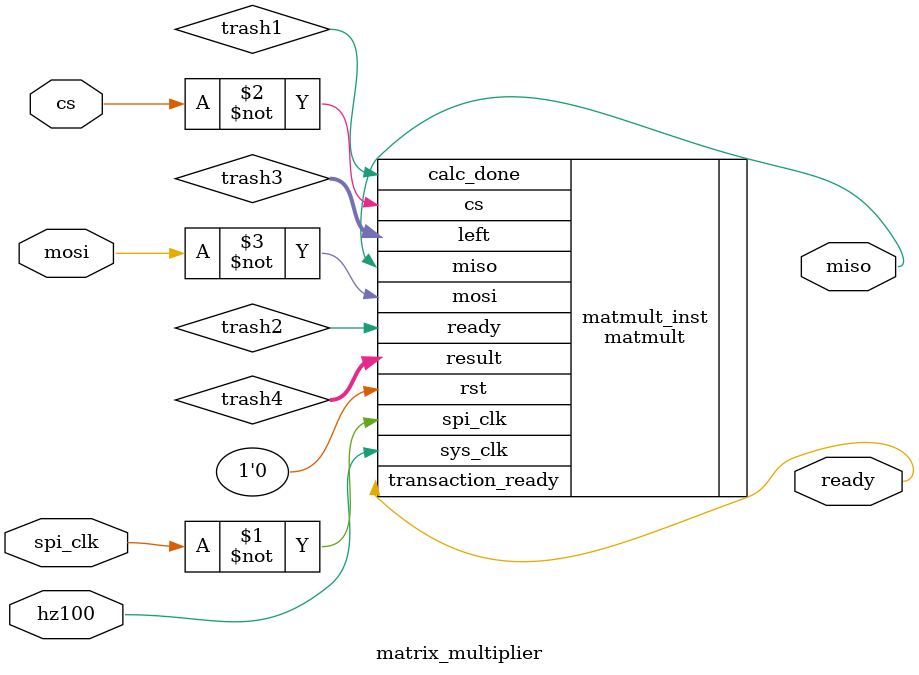
<source format=sv>

`default_nettype none
module matrix_multiplier(
    // I/O ports
    input logic hz100,
    input logic spi_clk,
    input logic cs,
    input logic mosi,
    output logic miso,
    output logic ready

  /*input  logic hz100, reset,
  input  logic [20:0] pb, // pb17 = reset pb18 = start
  output logic [7:0] left, right,
         ss7, ss6, ss5, ss4, ss3, ss2, ss1, ss0,
  output logic red, green, blue,

  // UART ports
  output logic [7:0] txdata,
  input  logic [7:0] rxdata,
  output logic txclk, rxclk,
  input  logic txready, rxready*/
);

logic [17:0] result;
logic complete;

// Latch registers for inputs
//logic [3:0] row0_reg, row1_reg, col0_reg, col1_reg;

/*always_ff @(posedge pb[16] or posedge pb[17]) begin
    if (pb[17]) begin
        row0_reg <= 4'd0;
        row1_reg <= 4'd0;
        col0_reg <= 4'd0;
        col1_reg <= 4'd0;
    end else begin
        row0_reg <= pb[3:0];
        row1_reg <= pb[7:4];
        col0_reg <= pb[11:8];
        col1_reg <= pb[15:12];
    end
end*/
//logic miso, ready;

logic trash0, trash1, trash2;
logic [7:0] trash3;
logic [17:0] trash4;

matmult matmult_inst (
    .sys_clk(hz100),
    .spi_clk(~spi_clk),
    .cs(~cs),
    .mosi(~mosi),
    .miso(miso),
    //.rst(pb[17]),
    .rst(1'b0),
    //.ready(right[2]),
    .ready(trash2),
    //.calc_done(right[0]),
    .calc_done(trash1),
    .transaction_ready(ready),
    .left(trash3),
    .result(trash4)
    //.left(left),
    //.result(result)

);

/*binToSS disp0(
    .result({result}),
    .seg0(ss0[7:0]),
    .seg1(ss1[7:0]),
    .seg2(ss2[7:0]),
    .seg3(ss3[7:0]),
    .seg4(ss4[7:0])
);*/




/*assign ss5[7:0] = 8'd0;
assign ss6[7:0] = 8'd0;
assign ss7[7:0] = 8'd0;*/

endmodule
</source>
